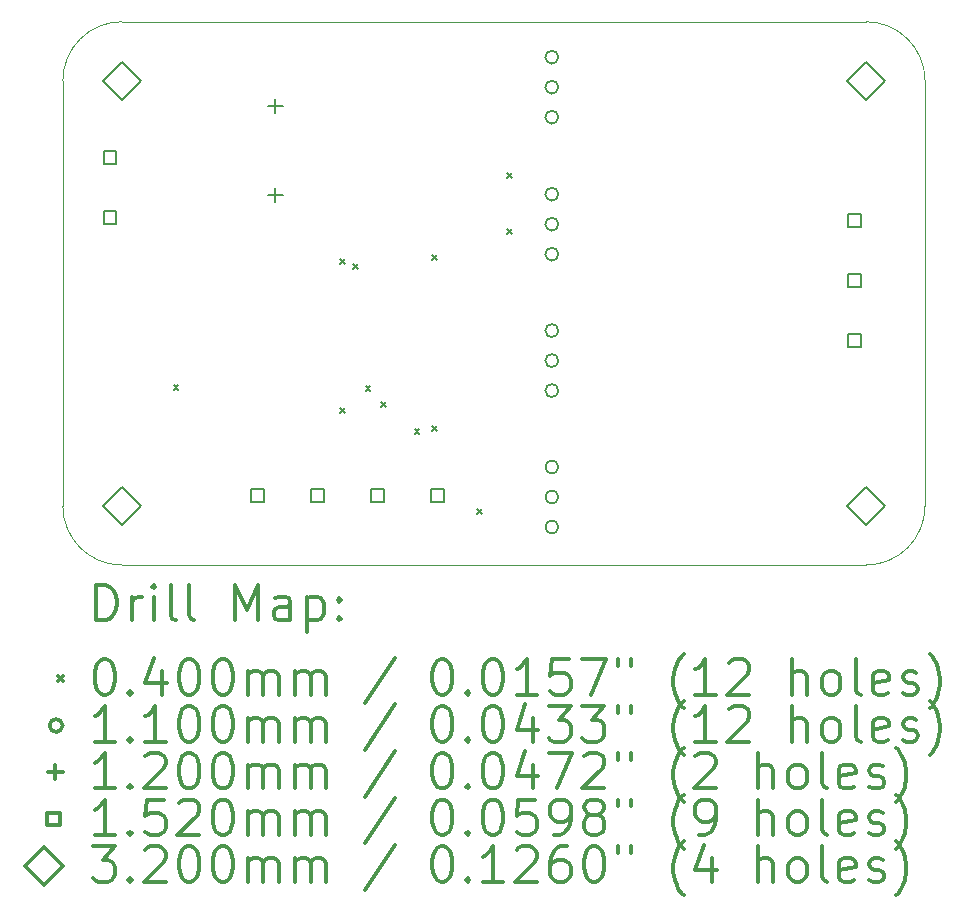
<source format=gbr>
%FSLAX45Y45*%
G04 Gerber Fmt 4.5, Leading zero omitted, Abs format (unit mm)*
G04 Created by KiCad (PCBNEW 5.1.10) date 2021-08-16 10:51:47*
%MOMM*%
%LPD*%
G01*
G04 APERTURE LIST*
%TA.AperFunction,Profile*%
%ADD10C,0.050000*%
%TD*%
%ADD11C,0.200000*%
%ADD12C,0.300000*%
G04 APERTURE END LIST*
D10*
X11482800Y-3461000D02*
X11482800Y-3411000D01*
X11482800Y-7011000D02*
X11482800Y-3461000D01*
X11982800Y-7511000D02*
X18282800Y-7511000D01*
X18282800Y-2911000D02*
X11982800Y-2911000D01*
X18782800Y-3411000D02*
X18782800Y-7011000D01*
X11982800Y-7511000D02*
G75*
G02*
X11482800Y-7011000I0J500000D01*
G01*
X11482800Y-3411000D02*
G75*
G02*
X11982800Y-2911000I500000J0D01*
G01*
X18282800Y-2911000D02*
G75*
G02*
X18782800Y-3411000I0J-500000D01*
G01*
X18782800Y-7011000D02*
G75*
G02*
X18282800Y-7511000I-500000J0D01*
G01*
D11*
X12420000Y-5985000D02*
X12460000Y-6025000D01*
X12460000Y-5985000D02*
X12420000Y-6025000D01*
X13831225Y-4918725D02*
X13871225Y-4958725D01*
X13871225Y-4918725D02*
X13831225Y-4958725D01*
X13831225Y-6180775D02*
X13871225Y-6220775D01*
X13871225Y-6180775D02*
X13831225Y-6220775D01*
X13940000Y-4961000D02*
X13980000Y-5001000D01*
X13980000Y-4961000D02*
X13940000Y-5001000D01*
X14047500Y-5997500D02*
X14087500Y-6037500D01*
X14087500Y-5997500D02*
X14047500Y-6037500D01*
X14178740Y-6133740D02*
X14218740Y-6173740D01*
X14218740Y-6133740D02*
X14178740Y-6173740D01*
X14462396Y-6362396D02*
X14502396Y-6402396D01*
X14502396Y-6362396D02*
X14462396Y-6402396D01*
X14609665Y-6335335D02*
X14649665Y-6375335D01*
X14649665Y-6335335D02*
X14609665Y-6375335D01*
X14612500Y-4888500D02*
X14652500Y-4928500D01*
X14652500Y-4888500D02*
X14612500Y-4928500D01*
X14990000Y-7035000D02*
X15030000Y-7075000D01*
X15030000Y-7035000D02*
X14990000Y-7075000D01*
X15245000Y-4195000D02*
X15285000Y-4235000D01*
X15285000Y-4195000D02*
X15245000Y-4235000D01*
X15245000Y-4668500D02*
X15285000Y-4708500D01*
X15285000Y-4668500D02*
X15245000Y-4708500D01*
X15677800Y-3211000D02*
G75*
G03*
X15677800Y-3211000I-55000J0D01*
G01*
X15677800Y-3465000D02*
G75*
G03*
X15677800Y-3465000I-55000J0D01*
G01*
X15677800Y-3719000D02*
G75*
G03*
X15677800Y-3719000I-55000J0D01*
G01*
X15677800Y-4371000D02*
G75*
G03*
X15677800Y-4371000I-55000J0D01*
G01*
X15677800Y-4625000D02*
G75*
G03*
X15677800Y-4625000I-55000J0D01*
G01*
X15677800Y-4879000D02*
G75*
G03*
X15677800Y-4879000I-55000J0D01*
G01*
X15677800Y-5526000D02*
G75*
G03*
X15677800Y-5526000I-55000J0D01*
G01*
X15677800Y-5780000D02*
G75*
G03*
X15677800Y-5780000I-55000J0D01*
G01*
X15677800Y-6034000D02*
G75*
G03*
X15677800Y-6034000I-55000J0D01*
G01*
X15677800Y-6681000D02*
G75*
G03*
X15677800Y-6681000I-55000J0D01*
G01*
X15677800Y-6935000D02*
G75*
G03*
X15677800Y-6935000I-55000J0D01*
G01*
X15677800Y-7189000D02*
G75*
G03*
X15677800Y-7189000I-55000J0D01*
G01*
X13282800Y-3565000D02*
X13282800Y-3685000D01*
X13222800Y-3625000D02*
X13342800Y-3625000D01*
X13282800Y-4315000D02*
X13282800Y-4435000D01*
X13222800Y-4375000D02*
X13342800Y-4375000D01*
X11936541Y-4114741D02*
X11936541Y-4007259D01*
X11829059Y-4007259D01*
X11829059Y-4114741D01*
X11936541Y-4114741D01*
X11936541Y-4622741D02*
X11936541Y-4515259D01*
X11829059Y-4515259D01*
X11829059Y-4622741D01*
X11936541Y-4622741D01*
X13185741Y-6973741D02*
X13185741Y-6866259D01*
X13078259Y-6866259D01*
X13078259Y-6973741D01*
X13185741Y-6973741D01*
X13693741Y-6973741D02*
X13693741Y-6866259D01*
X13586259Y-6866259D01*
X13586259Y-6973741D01*
X13693741Y-6973741D01*
X14201741Y-6973741D02*
X14201741Y-6866259D01*
X14094259Y-6866259D01*
X14094259Y-6973741D01*
X14201741Y-6973741D01*
X14709741Y-6973741D02*
X14709741Y-6866259D01*
X14602259Y-6866259D01*
X14602259Y-6973741D01*
X14709741Y-6973741D01*
X18236541Y-4648741D02*
X18236541Y-4541259D01*
X18129059Y-4541259D01*
X18129059Y-4648741D01*
X18236541Y-4648741D01*
X18236541Y-5156741D02*
X18236541Y-5049259D01*
X18129059Y-5049259D01*
X18129059Y-5156741D01*
X18236541Y-5156741D01*
X18236541Y-5664741D02*
X18236541Y-5557259D01*
X18129059Y-5557259D01*
X18129059Y-5664741D01*
X18236541Y-5664741D01*
X11982800Y-3571000D02*
X12142800Y-3411000D01*
X11982800Y-3251000D01*
X11822800Y-3411000D01*
X11982800Y-3571000D01*
X11982800Y-7171000D02*
X12142800Y-7011000D01*
X11982800Y-6851000D01*
X11822800Y-7011000D01*
X11982800Y-7171000D01*
X18282800Y-3571000D02*
X18442800Y-3411000D01*
X18282800Y-3251000D01*
X18122800Y-3411000D01*
X18282800Y-3571000D01*
X18282800Y-7171000D02*
X18442800Y-7011000D01*
X18282800Y-6851000D01*
X18122800Y-7011000D01*
X18282800Y-7171000D01*
D12*
X11766728Y-7979214D02*
X11766728Y-7679214D01*
X11838157Y-7679214D01*
X11881014Y-7693500D01*
X11909586Y-7722071D01*
X11923871Y-7750643D01*
X11938157Y-7807786D01*
X11938157Y-7850643D01*
X11923871Y-7907786D01*
X11909586Y-7936357D01*
X11881014Y-7964929D01*
X11838157Y-7979214D01*
X11766728Y-7979214D01*
X12066728Y-7979214D02*
X12066728Y-7779214D01*
X12066728Y-7836357D02*
X12081014Y-7807786D01*
X12095300Y-7793500D01*
X12123871Y-7779214D01*
X12152443Y-7779214D01*
X12252443Y-7979214D02*
X12252443Y-7779214D01*
X12252443Y-7679214D02*
X12238157Y-7693500D01*
X12252443Y-7707786D01*
X12266728Y-7693500D01*
X12252443Y-7679214D01*
X12252443Y-7707786D01*
X12438157Y-7979214D02*
X12409586Y-7964929D01*
X12395300Y-7936357D01*
X12395300Y-7679214D01*
X12595300Y-7979214D02*
X12566728Y-7964929D01*
X12552443Y-7936357D01*
X12552443Y-7679214D01*
X12938157Y-7979214D02*
X12938157Y-7679214D01*
X13038157Y-7893500D01*
X13138157Y-7679214D01*
X13138157Y-7979214D01*
X13409586Y-7979214D02*
X13409586Y-7822071D01*
X13395300Y-7793500D01*
X13366728Y-7779214D01*
X13309586Y-7779214D01*
X13281014Y-7793500D01*
X13409586Y-7964929D02*
X13381014Y-7979214D01*
X13309586Y-7979214D01*
X13281014Y-7964929D01*
X13266728Y-7936357D01*
X13266728Y-7907786D01*
X13281014Y-7879214D01*
X13309586Y-7864929D01*
X13381014Y-7864929D01*
X13409586Y-7850643D01*
X13552443Y-7779214D02*
X13552443Y-8079214D01*
X13552443Y-7793500D02*
X13581014Y-7779214D01*
X13638157Y-7779214D01*
X13666728Y-7793500D01*
X13681014Y-7807786D01*
X13695300Y-7836357D01*
X13695300Y-7922071D01*
X13681014Y-7950643D01*
X13666728Y-7964929D01*
X13638157Y-7979214D01*
X13581014Y-7979214D01*
X13552443Y-7964929D01*
X13823871Y-7950643D02*
X13838157Y-7964929D01*
X13823871Y-7979214D01*
X13809586Y-7964929D01*
X13823871Y-7950643D01*
X13823871Y-7979214D01*
X13823871Y-7793500D02*
X13838157Y-7807786D01*
X13823871Y-7822071D01*
X13809586Y-7807786D01*
X13823871Y-7793500D01*
X13823871Y-7822071D01*
X11440300Y-8453500D02*
X11480300Y-8493500D01*
X11480300Y-8453500D02*
X11440300Y-8493500D01*
X11823871Y-8309214D02*
X11852443Y-8309214D01*
X11881014Y-8323500D01*
X11895300Y-8337786D01*
X11909586Y-8366357D01*
X11923871Y-8423500D01*
X11923871Y-8494929D01*
X11909586Y-8552072D01*
X11895300Y-8580643D01*
X11881014Y-8594929D01*
X11852443Y-8609214D01*
X11823871Y-8609214D01*
X11795300Y-8594929D01*
X11781014Y-8580643D01*
X11766728Y-8552072D01*
X11752443Y-8494929D01*
X11752443Y-8423500D01*
X11766728Y-8366357D01*
X11781014Y-8337786D01*
X11795300Y-8323500D01*
X11823871Y-8309214D01*
X12052443Y-8580643D02*
X12066728Y-8594929D01*
X12052443Y-8609214D01*
X12038157Y-8594929D01*
X12052443Y-8580643D01*
X12052443Y-8609214D01*
X12323871Y-8409214D02*
X12323871Y-8609214D01*
X12252443Y-8294929D02*
X12181014Y-8509214D01*
X12366728Y-8509214D01*
X12538157Y-8309214D02*
X12566728Y-8309214D01*
X12595300Y-8323500D01*
X12609586Y-8337786D01*
X12623871Y-8366357D01*
X12638157Y-8423500D01*
X12638157Y-8494929D01*
X12623871Y-8552072D01*
X12609586Y-8580643D01*
X12595300Y-8594929D01*
X12566728Y-8609214D01*
X12538157Y-8609214D01*
X12509586Y-8594929D01*
X12495300Y-8580643D01*
X12481014Y-8552072D01*
X12466728Y-8494929D01*
X12466728Y-8423500D01*
X12481014Y-8366357D01*
X12495300Y-8337786D01*
X12509586Y-8323500D01*
X12538157Y-8309214D01*
X12823871Y-8309214D02*
X12852443Y-8309214D01*
X12881014Y-8323500D01*
X12895300Y-8337786D01*
X12909586Y-8366357D01*
X12923871Y-8423500D01*
X12923871Y-8494929D01*
X12909586Y-8552072D01*
X12895300Y-8580643D01*
X12881014Y-8594929D01*
X12852443Y-8609214D01*
X12823871Y-8609214D01*
X12795300Y-8594929D01*
X12781014Y-8580643D01*
X12766728Y-8552072D01*
X12752443Y-8494929D01*
X12752443Y-8423500D01*
X12766728Y-8366357D01*
X12781014Y-8337786D01*
X12795300Y-8323500D01*
X12823871Y-8309214D01*
X13052443Y-8609214D02*
X13052443Y-8409214D01*
X13052443Y-8437786D02*
X13066728Y-8423500D01*
X13095300Y-8409214D01*
X13138157Y-8409214D01*
X13166728Y-8423500D01*
X13181014Y-8452072D01*
X13181014Y-8609214D01*
X13181014Y-8452072D02*
X13195300Y-8423500D01*
X13223871Y-8409214D01*
X13266728Y-8409214D01*
X13295300Y-8423500D01*
X13309586Y-8452072D01*
X13309586Y-8609214D01*
X13452443Y-8609214D02*
X13452443Y-8409214D01*
X13452443Y-8437786D02*
X13466728Y-8423500D01*
X13495300Y-8409214D01*
X13538157Y-8409214D01*
X13566728Y-8423500D01*
X13581014Y-8452072D01*
X13581014Y-8609214D01*
X13581014Y-8452072D02*
X13595300Y-8423500D01*
X13623871Y-8409214D01*
X13666728Y-8409214D01*
X13695300Y-8423500D01*
X13709586Y-8452072D01*
X13709586Y-8609214D01*
X14295300Y-8294929D02*
X14038157Y-8680643D01*
X14681014Y-8309214D02*
X14709586Y-8309214D01*
X14738157Y-8323500D01*
X14752443Y-8337786D01*
X14766728Y-8366357D01*
X14781014Y-8423500D01*
X14781014Y-8494929D01*
X14766728Y-8552072D01*
X14752443Y-8580643D01*
X14738157Y-8594929D01*
X14709586Y-8609214D01*
X14681014Y-8609214D01*
X14652443Y-8594929D01*
X14638157Y-8580643D01*
X14623871Y-8552072D01*
X14609586Y-8494929D01*
X14609586Y-8423500D01*
X14623871Y-8366357D01*
X14638157Y-8337786D01*
X14652443Y-8323500D01*
X14681014Y-8309214D01*
X14909586Y-8580643D02*
X14923871Y-8594929D01*
X14909586Y-8609214D01*
X14895300Y-8594929D01*
X14909586Y-8580643D01*
X14909586Y-8609214D01*
X15109586Y-8309214D02*
X15138157Y-8309214D01*
X15166728Y-8323500D01*
X15181014Y-8337786D01*
X15195300Y-8366357D01*
X15209586Y-8423500D01*
X15209586Y-8494929D01*
X15195300Y-8552072D01*
X15181014Y-8580643D01*
X15166728Y-8594929D01*
X15138157Y-8609214D01*
X15109586Y-8609214D01*
X15081014Y-8594929D01*
X15066728Y-8580643D01*
X15052443Y-8552072D01*
X15038157Y-8494929D01*
X15038157Y-8423500D01*
X15052443Y-8366357D01*
X15066728Y-8337786D01*
X15081014Y-8323500D01*
X15109586Y-8309214D01*
X15495300Y-8609214D02*
X15323871Y-8609214D01*
X15409586Y-8609214D02*
X15409586Y-8309214D01*
X15381014Y-8352071D01*
X15352443Y-8380643D01*
X15323871Y-8394929D01*
X15766728Y-8309214D02*
X15623871Y-8309214D01*
X15609586Y-8452072D01*
X15623871Y-8437786D01*
X15652443Y-8423500D01*
X15723871Y-8423500D01*
X15752443Y-8437786D01*
X15766728Y-8452072D01*
X15781014Y-8480643D01*
X15781014Y-8552072D01*
X15766728Y-8580643D01*
X15752443Y-8594929D01*
X15723871Y-8609214D01*
X15652443Y-8609214D01*
X15623871Y-8594929D01*
X15609586Y-8580643D01*
X15881014Y-8309214D02*
X16081014Y-8309214D01*
X15952443Y-8609214D01*
X16181014Y-8309214D02*
X16181014Y-8366357D01*
X16295300Y-8309214D02*
X16295300Y-8366357D01*
X16738157Y-8723500D02*
X16723871Y-8709214D01*
X16695300Y-8666357D01*
X16681014Y-8637786D01*
X16666728Y-8594929D01*
X16652443Y-8523500D01*
X16652443Y-8466357D01*
X16666728Y-8394929D01*
X16681014Y-8352071D01*
X16695300Y-8323500D01*
X16723871Y-8280643D01*
X16738157Y-8266357D01*
X17009586Y-8609214D02*
X16838157Y-8609214D01*
X16923871Y-8609214D02*
X16923871Y-8309214D01*
X16895300Y-8352071D01*
X16866728Y-8380643D01*
X16838157Y-8394929D01*
X17123871Y-8337786D02*
X17138157Y-8323500D01*
X17166728Y-8309214D01*
X17238157Y-8309214D01*
X17266728Y-8323500D01*
X17281014Y-8337786D01*
X17295300Y-8366357D01*
X17295300Y-8394929D01*
X17281014Y-8437786D01*
X17109586Y-8609214D01*
X17295300Y-8609214D01*
X17652443Y-8609214D02*
X17652443Y-8309214D01*
X17781014Y-8609214D02*
X17781014Y-8452072D01*
X17766728Y-8423500D01*
X17738157Y-8409214D01*
X17695300Y-8409214D01*
X17666728Y-8423500D01*
X17652443Y-8437786D01*
X17966728Y-8609214D02*
X17938157Y-8594929D01*
X17923871Y-8580643D01*
X17909586Y-8552072D01*
X17909586Y-8466357D01*
X17923871Y-8437786D01*
X17938157Y-8423500D01*
X17966728Y-8409214D01*
X18009586Y-8409214D01*
X18038157Y-8423500D01*
X18052443Y-8437786D01*
X18066728Y-8466357D01*
X18066728Y-8552072D01*
X18052443Y-8580643D01*
X18038157Y-8594929D01*
X18009586Y-8609214D01*
X17966728Y-8609214D01*
X18238157Y-8609214D02*
X18209586Y-8594929D01*
X18195300Y-8566357D01*
X18195300Y-8309214D01*
X18466728Y-8594929D02*
X18438157Y-8609214D01*
X18381014Y-8609214D01*
X18352443Y-8594929D01*
X18338157Y-8566357D01*
X18338157Y-8452072D01*
X18352443Y-8423500D01*
X18381014Y-8409214D01*
X18438157Y-8409214D01*
X18466728Y-8423500D01*
X18481014Y-8452072D01*
X18481014Y-8480643D01*
X18338157Y-8509214D01*
X18595300Y-8594929D02*
X18623871Y-8609214D01*
X18681014Y-8609214D01*
X18709586Y-8594929D01*
X18723871Y-8566357D01*
X18723871Y-8552072D01*
X18709586Y-8523500D01*
X18681014Y-8509214D01*
X18638157Y-8509214D01*
X18609586Y-8494929D01*
X18595300Y-8466357D01*
X18595300Y-8452072D01*
X18609586Y-8423500D01*
X18638157Y-8409214D01*
X18681014Y-8409214D01*
X18709586Y-8423500D01*
X18823871Y-8723500D02*
X18838157Y-8709214D01*
X18866728Y-8666357D01*
X18881014Y-8637786D01*
X18895300Y-8594929D01*
X18909586Y-8523500D01*
X18909586Y-8466357D01*
X18895300Y-8394929D01*
X18881014Y-8352071D01*
X18866728Y-8323500D01*
X18838157Y-8280643D01*
X18823871Y-8266357D01*
X11480300Y-8869500D02*
G75*
G03*
X11480300Y-8869500I-55000J0D01*
G01*
X11923871Y-9005214D02*
X11752443Y-9005214D01*
X11838157Y-9005214D02*
X11838157Y-8705214D01*
X11809586Y-8748072D01*
X11781014Y-8776643D01*
X11752443Y-8790929D01*
X12052443Y-8976643D02*
X12066728Y-8990929D01*
X12052443Y-9005214D01*
X12038157Y-8990929D01*
X12052443Y-8976643D01*
X12052443Y-9005214D01*
X12352443Y-9005214D02*
X12181014Y-9005214D01*
X12266728Y-9005214D02*
X12266728Y-8705214D01*
X12238157Y-8748072D01*
X12209586Y-8776643D01*
X12181014Y-8790929D01*
X12538157Y-8705214D02*
X12566728Y-8705214D01*
X12595300Y-8719500D01*
X12609586Y-8733786D01*
X12623871Y-8762357D01*
X12638157Y-8819500D01*
X12638157Y-8890929D01*
X12623871Y-8948072D01*
X12609586Y-8976643D01*
X12595300Y-8990929D01*
X12566728Y-9005214D01*
X12538157Y-9005214D01*
X12509586Y-8990929D01*
X12495300Y-8976643D01*
X12481014Y-8948072D01*
X12466728Y-8890929D01*
X12466728Y-8819500D01*
X12481014Y-8762357D01*
X12495300Y-8733786D01*
X12509586Y-8719500D01*
X12538157Y-8705214D01*
X12823871Y-8705214D02*
X12852443Y-8705214D01*
X12881014Y-8719500D01*
X12895300Y-8733786D01*
X12909586Y-8762357D01*
X12923871Y-8819500D01*
X12923871Y-8890929D01*
X12909586Y-8948072D01*
X12895300Y-8976643D01*
X12881014Y-8990929D01*
X12852443Y-9005214D01*
X12823871Y-9005214D01*
X12795300Y-8990929D01*
X12781014Y-8976643D01*
X12766728Y-8948072D01*
X12752443Y-8890929D01*
X12752443Y-8819500D01*
X12766728Y-8762357D01*
X12781014Y-8733786D01*
X12795300Y-8719500D01*
X12823871Y-8705214D01*
X13052443Y-9005214D02*
X13052443Y-8805214D01*
X13052443Y-8833786D02*
X13066728Y-8819500D01*
X13095300Y-8805214D01*
X13138157Y-8805214D01*
X13166728Y-8819500D01*
X13181014Y-8848072D01*
X13181014Y-9005214D01*
X13181014Y-8848072D02*
X13195300Y-8819500D01*
X13223871Y-8805214D01*
X13266728Y-8805214D01*
X13295300Y-8819500D01*
X13309586Y-8848072D01*
X13309586Y-9005214D01*
X13452443Y-9005214D02*
X13452443Y-8805214D01*
X13452443Y-8833786D02*
X13466728Y-8819500D01*
X13495300Y-8805214D01*
X13538157Y-8805214D01*
X13566728Y-8819500D01*
X13581014Y-8848072D01*
X13581014Y-9005214D01*
X13581014Y-8848072D02*
X13595300Y-8819500D01*
X13623871Y-8805214D01*
X13666728Y-8805214D01*
X13695300Y-8819500D01*
X13709586Y-8848072D01*
X13709586Y-9005214D01*
X14295300Y-8690929D02*
X14038157Y-9076643D01*
X14681014Y-8705214D02*
X14709586Y-8705214D01*
X14738157Y-8719500D01*
X14752443Y-8733786D01*
X14766728Y-8762357D01*
X14781014Y-8819500D01*
X14781014Y-8890929D01*
X14766728Y-8948072D01*
X14752443Y-8976643D01*
X14738157Y-8990929D01*
X14709586Y-9005214D01*
X14681014Y-9005214D01*
X14652443Y-8990929D01*
X14638157Y-8976643D01*
X14623871Y-8948072D01*
X14609586Y-8890929D01*
X14609586Y-8819500D01*
X14623871Y-8762357D01*
X14638157Y-8733786D01*
X14652443Y-8719500D01*
X14681014Y-8705214D01*
X14909586Y-8976643D02*
X14923871Y-8990929D01*
X14909586Y-9005214D01*
X14895300Y-8990929D01*
X14909586Y-8976643D01*
X14909586Y-9005214D01*
X15109586Y-8705214D02*
X15138157Y-8705214D01*
X15166728Y-8719500D01*
X15181014Y-8733786D01*
X15195300Y-8762357D01*
X15209586Y-8819500D01*
X15209586Y-8890929D01*
X15195300Y-8948072D01*
X15181014Y-8976643D01*
X15166728Y-8990929D01*
X15138157Y-9005214D01*
X15109586Y-9005214D01*
X15081014Y-8990929D01*
X15066728Y-8976643D01*
X15052443Y-8948072D01*
X15038157Y-8890929D01*
X15038157Y-8819500D01*
X15052443Y-8762357D01*
X15066728Y-8733786D01*
X15081014Y-8719500D01*
X15109586Y-8705214D01*
X15466728Y-8805214D02*
X15466728Y-9005214D01*
X15395300Y-8690929D02*
X15323871Y-8905214D01*
X15509586Y-8905214D01*
X15595300Y-8705214D02*
X15781014Y-8705214D01*
X15681014Y-8819500D01*
X15723871Y-8819500D01*
X15752443Y-8833786D01*
X15766728Y-8848072D01*
X15781014Y-8876643D01*
X15781014Y-8948072D01*
X15766728Y-8976643D01*
X15752443Y-8990929D01*
X15723871Y-9005214D01*
X15638157Y-9005214D01*
X15609586Y-8990929D01*
X15595300Y-8976643D01*
X15881014Y-8705214D02*
X16066728Y-8705214D01*
X15966728Y-8819500D01*
X16009586Y-8819500D01*
X16038157Y-8833786D01*
X16052443Y-8848072D01*
X16066728Y-8876643D01*
X16066728Y-8948072D01*
X16052443Y-8976643D01*
X16038157Y-8990929D01*
X16009586Y-9005214D01*
X15923871Y-9005214D01*
X15895300Y-8990929D01*
X15881014Y-8976643D01*
X16181014Y-8705214D02*
X16181014Y-8762357D01*
X16295300Y-8705214D02*
X16295300Y-8762357D01*
X16738157Y-9119500D02*
X16723871Y-9105214D01*
X16695300Y-9062357D01*
X16681014Y-9033786D01*
X16666728Y-8990929D01*
X16652443Y-8919500D01*
X16652443Y-8862357D01*
X16666728Y-8790929D01*
X16681014Y-8748072D01*
X16695300Y-8719500D01*
X16723871Y-8676643D01*
X16738157Y-8662357D01*
X17009586Y-9005214D02*
X16838157Y-9005214D01*
X16923871Y-9005214D02*
X16923871Y-8705214D01*
X16895300Y-8748072D01*
X16866728Y-8776643D01*
X16838157Y-8790929D01*
X17123871Y-8733786D02*
X17138157Y-8719500D01*
X17166728Y-8705214D01*
X17238157Y-8705214D01*
X17266728Y-8719500D01*
X17281014Y-8733786D01*
X17295300Y-8762357D01*
X17295300Y-8790929D01*
X17281014Y-8833786D01*
X17109586Y-9005214D01*
X17295300Y-9005214D01*
X17652443Y-9005214D02*
X17652443Y-8705214D01*
X17781014Y-9005214D02*
X17781014Y-8848072D01*
X17766728Y-8819500D01*
X17738157Y-8805214D01*
X17695300Y-8805214D01*
X17666728Y-8819500D01*
X17652443Y-8833786D01*
X17966728Y-9005214D02*
X17938157Y-8990929D01*
X17923871Y-8976643D01*
X17909586Y-8948072D01*
X17909586Y-8862357D01*
X17923871Y-8833786D01*
X17938157Y-8819500D01*
X17966728Y-8805214D01*
X18009586Y-8805214D01*
X18038157Y-8819500D01*
X18052443Y-8833786D01*
X18066728Y-8862357D01*
X18066728Y-8948072D01*
X18052443Y-8976643D01*
X18038157Y-8990929D01*
X18009586Y-9005214D01*
X17966728Y-9005214D01*
X18238157Y-9005214D02*
X18209586Y-8990929D01*
X18195300Y-8962357D01*
X18195300Y-8705214D01*
X18466728Y-8990929D02*
X18438157Y-9005214D01*
X18381014Y-9005214D01*
X18352443Y-8990929D01*
X18338157Y-8962357D01*
X18338157Y-8848072D01*
X18352443Y-8819500D01*
X18381014Y-8805214D01*
X18438157Y-8805214D01*
X18466728Y-8819500D01*
X18481014Y-8848072D01*
X18481014Y-8876643D01*
X18338157Y-8905214D01*
X18595300Y-8990929D02*
X18623871Y-9005214D01*
X18681014Y-9005214D01*
X18709586Y-8990929D01*
X18723871Y-8962357D01*
X18723871Y-8948072D01*
X18709586Y-8919500D01*
X18681014Y-8905214D01*
X18638157Y-8905214D01*
X18609586Y-8890929D01*
X18595300Y-8862357D01*
X18595300Y-8848072D01*
X18609586Y-8819500D01*
X18638157Y-8805214D01*
X18681014Y-8805214D01*
X18709586Y-8819500D01*
X18823871Y-9119500D02*
X18838157Y-9105214D01*
X18866728Y-9062357D01*
X18881014Y-9033786D01*
X18895300Y-8990929D01*
X18909586Y-8919500D01*
X18909586Y-8862357D01*
X18895300Y-8790929D01*
X18881014Y-8748072D01*
X18866728Y-8719500D01*
X18838157Y-8676643D01*
X18823871Y-8662357D01*
X11420300Y-9205500D02*
X11420300Y-9325500D01*
X11360300Y-9265500D02*
X11480300Y-9265500D01*
X11923871Y-9401214D02*
X11752443Y-9401214D01*
X11838157Y-9401214D02*
X11838157Y-9101214D01*
X11809586Y-9144072D01*
X11781014Y-9172643D01*
X11752443Y-9186929D01*
X12052443Y-9372643D02*
X12066728Y-9386929D01*
X12052443Y-9401214D01*
X12038157Y-9386929D01*
X12052443Y-9372643D01*
X12052443Y-9401214D01*
X12181014Y-9129786D02*
X12195300Y-9115500D01*
X12223871Y-9101214D01*
X12295300Y-9101214D01*
X12323871Y-9115500D01*
X12338157Y-9129786D01*
X12352443Y-9158357D01*
X12352443Y-9186929D01*
X12338157Y-9229786D01*
X12166728Y-9401214D01*
X12352443Y-9401214D01*
X12538157Y-9101214D02*
X12566728Y-9101214D01*
X12595300Y-9115500D01*
X12609586Y-9129786D01*
X12623871Y-9158357D01*
X12638157Y-9215500D01*
X12638157Y-9286929D01*
X12623871Y-9344072D01*
X12609586Y-9372643D01*
X12595300Y-9386929D01*
X12566728Y-9401214D01*
X12538157Y-9401214D01*
X12509586Y-9386929D01*
X12495300Y-9372643D01*
X12481014Y-9344072D01*
X12466728Y-9286929D01*
X12466728Y-9215500D01*
X12481014Y-9158357D01*
X12495300Y-9129786D01*
X12509586Y-9115500D01*
X12538157Y-9101214D01*
X12823871Y-9101214D02*
X12852443Y-9101214D01*
X12881014Y-9115500D01*
X12895300Y-9129786D01*
X12909586Y-9158357D01*
X12923871Y-9215500D01*
X12923871Y-9286929D01*
X12909586Y-9344072D01*
X12895300Y-9372643D01*
X12881014Y-9386929D01*
X12852443Y-9401214D01*
X12823871Y-9401214D01*
X12795300Y-9386929D01*
X12781014Y-9372643D01*
X12766728Y-9344072D01*
X12752443Y-9286929D01*
X12752443Y-9215500D01*
X12766728Y-9158357D01*
X12781014Y-9129786D01*
X12795300Y-9115500D01*
X12823871Y-9101214D01*
X13052443Y-9401214D02*
X13052443Y-9201214D01*
X13052443Y-9229786D02*
X13066728Y-9215500D01*
X13095300Y-9201214D01*
X13138157Y-9201214D01*
X13166728Y-9215500D01*
X13181014Y-9244072D01*
X13181014Y-9401214D01*
X13181014Y-9244072D02*
X13195300Y-9215500D01*
X13223871Y-9201214D01*
X13266728Y-9201214D01*
X13295300Y-9215500D01*
X13309586Y-9244072D01*
X13309586Y-9401214D01*
X13452443Y-9401214D02*
X13452443Y-9201214D01*
X13452443Y-9229786D02*
X13466728Y-9215500D01*
X13495300Y-9201214D01*
X13538157Y-9201214D01*
X13566728Y-9215500D01*
X13581014Y-9244072D01*
X13581014Y-9401214D01*
X13581014Y-9244072D02*
X13595300Y-9215500D01*
X13623871Y-9201214D01*
X13666728Y-9201214D01*
X13695300Y-9215500D01*
X13709586Y-9244072D01*
X13709586Y-9401214D01*
X14295300Y-9086929D02*
X14038157Y-9472643D01*
X14681014Y-9101214D02*
X14709586Y-9101214D01*
X14738157Y-9115500D01*
X14752443Y-9129786D01*
X14766728Y-9158357D01*
X14781014Y-9215500D01*
X14781014Y-9286929D01*
X14766728Y-9344072D01*
X14752443Y-9372643D01*
X14738157Y-9386929D01*
X14709586Y-9401214D01*
X14681014Y-9401214D01*
X14652443Y-9386929D01*
X14638157Y-9372643D01*
X14623871Y-9344072D01*
X14609586Y-9286929D01*
X14609586Y-9215500D01*
X14623871Y-9158357D01*
X14638157Y-9129786D01*
X14652443Y-9115500D01*
X14681014Y-9101214D01*
X14909586Y-9372643D02*
X14923871Y-9386929D01*
X14909586Y-9401214D01*
X14895300Y-9386929D01*
X14909586Y-9372643D01*
X14909586Y-9401214D01*
X15109586Y-9101214D02*
X15138157Y-9101214D01*
X15166728Y-9115500D01*
X15181014Y-9129786D01*
X15195300Y-9158357D01*
X15209586Y-9215500D01*
X15209586Y-9286929D01*
X15195300Y-9344072D01*
X15181014Y-9372643D01*
X15166728Y-9386929D01*
X15138157Y-9401214D01*
X15109586Y-9401214D01*
X15081014Y-9386929D01*
X15066728Y-9372643D01*
X15052443Y-9344072D01*
X15038157Y-9286929D01*
X15038157Y-9215500D01*
X15052443Y-9158357D01*
X15066728Y-9129786D01*
X15081014Y-9115500D01*
X15109586Y-9101214D01*
X15466728Y-9201214D02*
X15466728Y-9401214D01*
X15395300Y-9086929D02*
X15323871Y-9301214D01*
X15509586Y-9301214D01*
X15595300Y-9101214D02*
X15795300Y-9101214D01*
X15666728Y-9401214D01*
X15895300Y-9129786D02*
X15909586Y-9115500D01*
X15938157Y-9101214D01*
X16009586Y-9101214D01*
X16038157Y-9115500D01*
X16052443Y-9129786D01*
X16066728Y-9158357D01*
X16066728Y-9186929D01*
X16052443Y-9229786D01*
X15881014Y-9401214D01*
X16066728Y-9401214D01*
X16181014Y-9101214D02*
X16181014Y-9158357D01*
X16295300Y-9101214D02*
X16295300Y-9158357D01*
X16738157Y-9515500D02*
X16723871Y-9501214D01*
X16695300Y-9458357D01*
X16681014Y-9429786D01*
X16666728Y-9386929D01*
X16652443Y-9315500D01*
X16652443Y-9258357D01*
X16666728Y-9186929D01*
X16681014Y-9144072D01*
X16695300Y-9115500D01*
X16723871Y-9072643D01*
X16738157Y-9058357D01*
X16838157Y-9129786D02*
X16852443Y-9115500D01*
X16881014Y-9101214D01*
X16952443Y-9101214D01*
X16981014Y-9115500D01*
X16995300Y-9129786D01*
X17009586Y-9158357D01*
X17009586Y-9186929D01*
X16995300Y-9229786D01*
X16823871Y-9401214D01*
X17009586Y-9401214D01*
X17366728Y-9401214D02*
X17366728Y-9101214D01*
X17495300Y-9401214D02*
X17495300Y-9244072D01*
X17481014Y-9215500D01*
X17452443Y-9201214D01*
X17409586Y-9201214D01*
X17381014Y-9215500D01*
X17366728Y-9229786D01*
X17681014Y-9401214D02*
X17652443Y-9386929D01*
X17638157Y-9372643D01*
X17623871Y-9344072D01*
X17623871Y-9258357D01*
X17638157Y-9229786D01*
X17652443Y-9215500D01*
X17681014Y-9201214D01*
X17723871Y-9201214D01*
X17752443Y-9215500D01*
X17766728Y-9229786D01*
X17781014Y-9258357D01*
X17781014Y-9344072D01*
X17766728Y-9372643D01*
X17752443Y-9386929D01*
X17723871Y-9401214D01*
X17681014Y-9401214D01*
X17952443Y-9401214D02*
X17923871Y-9386929D01*
X17909586Y-9358357D01*
X17909586Y-9101214D01*
X18181014Y-9386929D02*
X18152443Y-9401214D01*
X18095300Y-9401214D01*
X18066728Y-9386929D01*
X18052443Y-9358357D01*
X18052443Y-9244072D01*
X18066728Y-9215500D01*
X18095300Y-9201214D01*
X18152443Y-9201214D01*
X18181014Y-9215500D01*
X18195300Y-9244072D01*
X18195300Y-9272643D01*
X18052443Y-9301214D01*
X18309586Y-9386929D02*
X18338157Y-9401214D01*
X18395300Y-9401214D01*
X18423871Y-9386929D01*
X18438157Y-9358357D01*
X18438157Y-9344072D01*
X18423871Y-9315500D01*
X18395300Y-9301214D01*
X18352443Y-9301214D01*
X18323871Y-9286929D01*
X18309586Y-9258357D01*
X18309586Y-9244072D01*
X18323871Y-9215500D01*
X18352443Y-9201214D01*
X18395300Y-9201214D01*
X18423871Y-9215500D01*
X18538157Y-9515500D02*
X18552443Y-9501214D01*
X18581014Y-9458357D01*
X18595300Y-9429786D01*
X18609586Y-9386929D01*
X18623871Y-9315500D01*
X18623871Y-9258357D01*
X18609586Y-9186929D01*
X18595300Y-9144072D01*
X18581014Y-9115500D01*
X18552443Y-9072643D01*
X18538157Y-9058357D01*
X11458040Y-9715241D02*
X11458040Y-9607760D01*
X11350559Y-9607760D01*
X11350559Y-9715241D01*
X11458040Y-9715241D01*
X11923871Y-9797214D02*
X11752443Y-9797214D01*
X11838157Y-9797214D02*
X11838157Y-9497214D01*
X11809586Y-9540072D01*
X11781014Y-9568643D01*
X11752443Y-9582929D01*
X12052443Y-9768643D02*
X12066728Y-9782929D01*
X12052443Y-9797214D01*
X12038157Y-9782929D01*
X12052443Y-9768643D01*
X12052443Y-9797214D01*
X12338157Y-9497214D02*
X12195300Y-9497214D01*
X12181014Y-9640072D01*
X12195300Y-9625786D01*
X12223871Y-9611500D01*
X12295300Y-9611500D01*
X12323871Y-9625786D01*
X12338157Y-9640072D01*
X12352443Y-9668643D01*
X12352443Y-9740072D01*
X12338157Y-9768643D01*
X12323871Y-9782929D01*
X12295300Y-9797214D01*
X12223871Y-9797214D01*
X12195300Y-9782929D01*
X12181014Y-9768643D01*
X12466728Y-9525786D02*
X12481014Y-9511500D01*
X12509586Y-9497214D01*
X12581014Y-9497214D01*
X12609586Y-9511500D01*
X12623871Y-9525786D01*
X12638157Y-9554357D01*
X12638157Y-9582929D01*
X12623871Y-9625786D01*
X12452443Y-9797214D01*
X12638157Y-9797214D01*
X12823871Y-9497214D02*
X12852443Y-9497214D01*
X12881014Y-9511500D01*
X12895300Y-9525786D01*
X12909586Y-9554357D01*
X12923871Y-9611500D01*
X12923871Y-9682929D01*
X12909586Y-9740072D01*
X12895300Y-9768643D01*
X12881014Y-9782929D01*
X12852443Y-9797214D01*
X12823871Y-9797214D01*
X12795300Y-9782929D01*
X12781014Y-9768643D01*
X12766728Y-9740072D01*
X12752443Y-9682929D01*
X12752443Y-9611500D01*
X12766728Y-9554357D01*
X12781014Y-9525786D01*
X12795300Y-9511500D01*
X12823871Y-9497214D01*
X13052443Y-9797214D02*
X13052443Y-9597214D01*
X13052443Y-9625786D02*
X13066728Y-9611500D01*
X13095300Y-9597214D01*
X13138157Y-9597214D01*
X13166728Y-9611500D01*
X13181014Y-9640072D01*
X13181014Y-9797214D01*
X13181014Y-9640072D02*
X13195300Y-9611500D01*
X13223871Y-9597214D01*
X13266728Y-9597214D01*
X13295300Y-9611500D01*
X13309586Y-9640072D01*
X13309586Y-9797214D01*
X13452443Y-9797214D02*
X13452443Y-9597214D01*
X13452443Y-9625786D02*
X13466728Y-9611500D01*
X13495300Y-9597214D01*
X13538157Y-9597214D01*
X13566728Y-9611500D01*
X13581014Y-9640072D01*
X13581014Y-9797214D01*
X13581014Y-9640072D02*
X13595300Y-9611500D01*
X13623871Y-9597214D01*
X13666728Y-9597214D01*
X13695300Y-9611500D01*
X13709586Y-9640072D01*
X13709586Y-9797214D01*
X14295300Y-9482929D02*
X14038157Y-9868643D01*
X14681014Y-9497214D02*
X14709586Y-9497214D01*
X14738157Y-9511500D01*
X14752443Y-9525786D01*
X14766728Y-9554357D01*
X14781014Y-9611500D01*
X14781014Y-9682929D01*
X14766728Y-9740072D01*
X14752443Y-9768643D01*
X14738157Y-9782929D01*
X14709586Y-9797214D01*
X14681014Y-9797214D01*
X14652443Y-9782929D01*
X14638157Y-9768643D01*
X14623871Y-9740072D01*
X14609586Y-9682929D01*
X14609586Y-9611500D01*
X14623871Y-9554357D01*
X14638157Y-9525786D01*
X14652443Y-9511500D01*
X14681014Y-9497214D01*
X14909586Y-9768643D02*
X14923871Y-9782929D01*
X14909586Y-9797214D01*
X14895300Y-9782929D01*
X14909586Y-9768643D01*
X14909586Y-9797214D01*
X15109586Y-9497214D02*
X15138157Y-9497214D01*
X15166728Y-9511500D01*
X15181014Y-9525786D01*
X15195300Y-9554357D01*
X15209586Y-9611500D01*
X15209586Y-9682929D01*
X15195300Y-9740072D01*
X15181014Y-9768643D01*
X15166728Y-9782929D01*
X15138157Y-9797214D01*
X15109586Y-9797214D01*
X15081014Y-9782929D01*
X15066728Y-9768643D01*
X15052443Y-9740072D01*
X15038157Y-9682929D01*
X15038157Y-9611500D01*
X15052443Y-9554357D01*
X15066728Y-9525786D01*
X15081014Y-9511500D01*
X15109586Y-9497214D01*
X15481014Y-9497214D02*
X15338157Y-9497214D01*
X15323871Y-9640072D01*
X15338157Y-9625786D01*
X15366728Y-9611500D01*
X15438157Y-9611500D01*
X15466728Y-9625786D01*
X15481014Y-9640072D01*
X15495300Y-9668643D01*
X15495300Y-9740072D01*
X15481014Y-9768643D01*
X15466728Y-9782929D01*
X15438157Y-9797214D01*
X15366728Y-9797214D01*
X15338157Y-9782929D01*
X15323871Y-9768643D01*
X15638157Y-9797214D02*
X15695300Y-9797214D01*
X15723871Y-9782929D01*
X15738157Y-9768643D01*
X15766728Y-9725786D01*
X15781014Y-9668643D01*
X15781014Y-9554357D01*
X15766728Y-9525786D01*
X15752443Y-9511500D01*
X15723871Y-9497214D01*
X15666728Y-9497214D01*
X15638157Y-9511500D01*
X15623871Y-9525786D01*
X15609586Y-9554357D01*
X15609586Y-9625786D01*
X15623871Y-9654357D01*
X15638157Y-9668643D01*
X15666728Y-9682929D01*
X15723871Y-9682929D01*
X15752443Y-9668643D01*
X15766728Y-9654357D01*
X15781014Y-9625786D01*
X15952443Y-9625786D02*
X15923871Y-9611500D01*
X15909586Y-9597214D01*
X15895300Y-9568643D01*
X15895300Y-9554357D01*
X15909586Y-9525786D01*
X15923871Y-9511500D01*
X15952443Y-9497214D01*
X16009586Y-9497214D01*
X16038157Y-9511500D01*
X16052443Y-9525786D01*
X16066728Y-9554357D01*
X16066728Y-9568643D01*
X16052443Y-9597214D01*
X16038157Y-9611500D01*
X16009586Y-9625786D01*
X15952443Y-9625786D01*
X15923871Y-9640072D01*
X15909586Y-9654357D01*
X15895300Y-9682929D01*
X15895300Y-9740072D01*
X15909586Y-9768643D01*
X15923871Y-9782929D01*
X15952443Y-9797214D01*
X16009586Y-9797214D01*
X16038157Y-9782929D01*
X16052443Y-9768643D01*
X16066728Y-9740072D01*
X16066728Y-9682929D01*
X16052443Y-9654357D01*
X16038157Y-9640072D01*
X16009586Y-9625786D01*
X16181014Y-9497214D02*
X16181014Y-9554357D01*
X16295300Y-9497214D02*
X16295300Y-9554357D01*
X16738157Y-9911500D02*
X16723871Y-9897214D01*
X16695300Y-9854357D01*
X16681014Y-9825786D01*
X16666728Y-9782929D01*
X16652443Y-9711500D01*
X16652443Y-9654357D01*
X16666728Y-9582929D01*
X16681014Y-9540072D01*
X16695300Y-9511500D01*
X16723871Y-9468643D01*
X16738157Y-9454357D01*
X16866728Y-9797214D02*
X16923871Y-9797214D01*
X16952443Y-9782929D01*
X16966728Y-9768643D01*
X16995300Y-9725786D01*
X17009586Y-9668643D01*
X17009586Y-9554357D01*
X16995300Y-9525786D01*
X16981014Y-9511500D01*
X16952443Y-9497214D01*
X16895300Y-9497214D01*
X16866728Y-9511500D01*
X16852443Y-9525786D01*
X16838157Y-9554357D01*
X16838157Y-9625786D01*
X16852443Y-9654357D01*
X16866728Y-9668643D01*
X16895300Y-9682929D01*
X16952443Y-9682929D01*
X16981014Y-9668643D01*
X16995300Y-9654357D01*
X17009586Y-9625786D01*
X17366728Y-9797214D02*
X17366728Y-9497214D01*
X17495300Y-9797214D02*
X17495300Y-9640072D01*
X17481014Y-9611500D01*
X17452443Y-9597214D01*
X17409586Y-9597214D01*
X17381014Y-9611500D01*
X17366728Y-9625786D01*
X17681014Y-9797214D02*
X17652443Y-9782929D01*
X17638157Y-9768643D01*
X17623871Y-9740072D01*
X17623871Y-9654357D01*
X17638157Y-9625786D01*
X17652443Y-9611500D01*
X17681014Y-9597214D01*
X17723871Y-9597214D01*
X17752443Y-9611500D01*
X17766728Y-9625786D01*
X17781014Y-9654357D01*
X17781014Y-9740072D01*
X17766728Y-9768643D01*
X17752443Y-9782929D01*
X17723871Y-9797214D01*
X17681014Y-9797214D01*
X17952443Y-9797214D02*
X17923871Y-9782929D01*
X17909586Y-9754357D01*
X17909586Y-9497214D01*
X18181014Y-9782929D02*
X18152443Y-9797214D01*
X18095300Y-9797214D01*
X18066728Y-9782929D01*
X18052443Y-9754357D01*
X18052443Y-9640072D01*
X18066728Y-9611500D01*
X18095300Y-9597214D01*
X18152443Y-9597214D01*
X18181014Y-9611500D01*
X18195300Y-9640072D01*
X18195300Y-9668643D01*
X18052443Y-9697214D01*
X18309586Y-9782929D02*
X18338157Y-9797214D01*
X18395300Y-9797214D01*
X18423871Y-9782929D01*
X18438157Y-9754357D01*
X18438157Y-9740072D01*
X18423871Y-9711500D01*
X18395300Y-9697214D01*
X18352443Y-9697214D01*
X18323871Y-9682929D01*
X18309586Y-9654357D01*
X18309586Y-9640072D01*
X18323871Y-9611500D01*
X18352443Y-9597214D01*
X18395300Y-9597214D01*
X18423871Y-9611500D01*
X18538157Y-9911500D02*
X18552443Y-9897214D01*
X18581014Y-9854357D01*
X18595300Y-9825786D01*
X18609586Y-9782929D01*
X18623871Y-9711500D01*
X18623871Y-9654357D01*
X18609586Y-9582929D01*
X18595300Y-9540072D01*
X18581014Y-9511500D01*
X18552443Y-9468643D01*
X18538157Y-9454357D01*
X11320300Y-10217500D02*
X11480300Y-10057500D01*
X11320300Y-9897500D01*
X11160300Y-10057500D01*
X11320300Y-10217500D01*
X11738157Y-9893214D02*
X11923871Y-9893214D01*
X11823871Y-10007500D01*
X11866728Y-10007500D01*
X11895300Y-10021786D01*
X11909586Y-10036072D01*
X11923871Y-10064643D01*
X11923871Y-10136072D01*
X11909586Y-10164643D01*
X11895300Y-10178929D01*
X11866728Y-10193214D01*
X11781014Y-10193214D01*
X11752443Y-10178929D01*
X11738157Y-10164643D01*
X12052443Y-10164643D02*
X12066728Y-10178929D01*
X12052443Y-10193214D01*
X12038157Y-10178929D01*
X12052443Y-10164643D01*
X12052443Y-10193214D01*
X12181014Y-9921786D02*
X12195300Y-9907500D01*
X12223871Y-9893214D01*
X12295300Y-9893214D01*
X12323871Y-9907500D01*
X12338157Y-9921786D01*
X12352443Y-9950357D01*
X12352443Y-9978929D01*
X12338157Y-10021786D01*
X12166728Y-10193214D01*
X12352443Y-10193214D01*
X12538157Y-9893214D02*
X12566728Y-9893214D01*
X12595300Y-9907500D01*
X12609586Y-9921786D01*
X12623871Y-9950357D01*
X12638157Y-10007500D01*
X12638157Y-10078929D01*
X12623871Y-10136072D01*
X12609586Y-10164643D01*
X12595300Y-10178929D01*
X12566728Y-10193214D01*
X12538157Y-10193214D01*
X12509586Y-10178929D01*
X12495300Y-10164643D01*
X12481014Y-10136072D01*
X12466728Y-10078929D01*
X12466728Y-10007500D01*
X12481014Y-9950357D01*
X12495300Y-9921786D01*
X12509586Y-9907500D01*
X12538157Y-9893214D01*
X12823871Y-9893214D02*
X12852443Y-9893214D01*
X12881014Y-9907500D01*
X12895300Y-9921786D01*
X12909586Y-9950357D01*
X12923871Y-10007500D01*
X12923871Y-10078929D01*
X12909586Y-10136072D01*
X12895300Y-10164643D01*
X12881014Y-10178929D01*
X12852443Y-10193214D01*
X12823871Y-10193214D01*
X12795300Y-10178929D01*
X12781014Y-10164643D01*
X12766728Y-10136072D01*
X12752443Y-10078929D01*
X12752443Y-10007500D01*
X12766728Y-9950357D01*
X12781014Y-9921786D01*
X12795300Y-9907500D01*
X12823871Y-9893214D01*
X13052443Y-10193214D02*
X13052443Y-9993214D01*
X13052443Y-10021786D02*
X13066728Y-10007500D01*
X13095300Y-9993214D01*
X13138157Y-9993214D01*
X13166728Y-10007500D01*
X13181014Y-10036072D01*
X13181014Y-10193214D01*
X13181014Y-10036072D02*
X13195300Y-10007500D01*
X13223871Y-9993214D01*
X13266728Y-9993214D01*
X13295300Y-10007500D01*
X13309586Y-10036072D01*
X13309586Y-10193214D01*
X13452443Y-10193214D02*
X13452443Y-9993214D01*
X13452443Y-10021786D02*
X13466728Y-10007500D01*
X13495300Y-9993214D01*
X13538157Y-9993214D01*
X13566728Y-10007500D01*
X13581014Y-10036072D01*
X13581014Y-10193214D01*
X13581014Y-10036072D02*
X13595300Y-10007500D01*
X13623871Y-9993214D01*
X13666728Y-9993214D01*
X13695300Y-10007500D01*
X13709586Y-10036072D01*
X13709586Y-10193214D01*
X14295300Y-9878929D02*
X14038157Y-10264643D01*
X14681014Y-9893214D02*
X14709586Y-9893214D01*
X14738157Y-9907500D01*
X14752443Y-9921786D01*
X14766728Y-9950357D01*
X14781014Y-10007500D01*
X14781014Y-10078929D01*
X14766728Y-10136072D01*
X14752443Y-10164643D01*
X14738157Y-10178929D01*
X14709586Y-10193214D01*
X14681014Y-10193214D01*
X14652443Y-10178929D01*
X14638157Y-10164643D01*
X14623871Y-10136072D01*
X14609586Y-10078929D01*
X14609586Y-10007500D01*
X14623871Y-9950357D01*
X14638157Y-9921786D01*
X14652443Y-9907500D01*
X14681014Y-9893214D01*
X14909586Y-10164643D02*
X14923871Y-10178929D01*
X14909586Y-10193214D01*
X14895300Y-10178929D01*
X14909586Y-10164643D01*
X14909586Y-10193214D01*
X15209586Y-10193214D02*
X15038157Y-10193214D01*
X15123871Y-10193214D02*
X15123871Y-9893214D01*
X15095300Y-9936072D01*
X15066728Y-9964643D01*
X15038157Y-9978929D01*
X15323871Y-9921786D02*
X15338157Y-9907500D01*
X15366728Y-9893214D01*
X15438157Y-9893214D01*
X15466728Y-9907500D01*
X15481014Y-9921786D01*
X15495300Y-9950357D01*
X15495300Y-9978929D01*
X15481014Y-10021786D01*
X15309586Y-10193214D01*
X15495300Y-10193214D01*
X15752443Y-9893214D02*
X15695300Y-9893214D01*
X15666728Y-9907500D01*
X15652443Y-9921786D01*
X15623871Y-9964643D01*
X15609586Y-10021786D01*
X15609586Y-10136072D01*
X15623871Y-10164643D01*
X15638157Y-10178929D01*
X15666728Y-10193214D01*
X15723871Y-10193214D01*
X15752443Y-10178929D01*
X15766728Y-10164643D01*
X15781014Y-10136072D01*
X15781014Y-10064643D01*
X15766728Y-10036072D01*
X15752443Y-10021786D01*
X15723871Y-10007500D01*
X15666728Y-10007500D01*
X15638157Y-10021786D01*
X15623871Y-10036072D01*
X15609586Y-10064643D01*
X15966728Y-9893214D02*
X15995300Y-9893214D01*
X16023871Y-9907500D01*
X16038157Y-9921786D01*
X16052443Y-9950357D01*
X16066728Y-10007500D01*
X16066728Y-10078929D01*
X16052443Y-10136072D01*
X16038157Y-10164643D01*
X16023871Y-10178929D01*
X15995300Y-10193214D01*
X15966728Y-10193214D01*
X15938157Y-10178929D01*
X15923871Y-10164643D01*
X15909586Y-10136072D01*
X15895300Y-10078929D01*
X15895300Y-10007500D01*
X15909586Y-9950357D01*
X15923871Y-9921786D01*
X15938157Y-9907500D01*
X15966728Y-9893214D01*
X16181014Y-9893214D02*
X16181014Y-9950357D01*
X16295300Y-9893214D02*
X16295300Y-9950357D01*
X16738157Y-10307500D02*
X16723871Y-10293214D01*
X16695300Y-10250357D01*
X16681014Y-10221786D01*
X16666728Y-10178929D01*
X16652443Y-10107500D01*
X16652443Y-10050357D01*
X16666728Y-9978929D01*
X16681014Y-9936072D01*
X16695300Y-9907500D01*
X16723871Y-9864643D01*
X16738157Y-9850357D01*
X16981014Y-9993214D02*
X16981014Y-10193214D01*
X16909586Y-9878929D02*
X16838157Y-10093214D01*
X17023871Y-10093214D01*
X17366728Y-10193214D02*
X17366728Y-9893214D01*
X17495300Y-10193214D02*
X17495300Y-10036072D01*
X17481014Y-10007500D01*
X17452443Y-9993214D01*
X17409586Y-9993214D01*
X17381014Y-10007500D01*
X17366728Y-10021786D01*
X17681014Y-10193214D02*
X17652443Y-10178929D01*
X17638157Y-10164643D01*
X17623871Y-10136072D01*
X17623871Y-10050357D01*
X17638157Y-10021786D01*
X17652443Y-10007500D01*
X17681014Y-9993214D01*
X17723871Y-9993214D01*
X17752443Y-10007500D01*
X17766728Y-10021786D01*
X17781014Y-10050357D01*
X17781014Y-10136072D01*
X17766728Y-10164643D01*
X17752443Y-10178929D01*
X17723871Y-10193214D01*
X17681014Y-10193214D01*
X17952443Y-10193214D02*
X17923871Y-10178929D01*
X17909586Y-10150357D01*
X17909586Y-9893214D01*
X18181014Y-10178929D02*
X18152443Y-10193214D01*
X18095300Y-10193214D01*
X18066728Y-10178929D01*
X18052443Y-10150357D01*
X18052443Y-10036072D01*
X18066728Y-10007500D01*
X18095300Y-9993214D01*
X18152443Y-9993214D01*
X18181014Y-10007500D01*
X18195300Y-10036072D01*
X18195300Y-10064643D01*
X18052443Y-10093214D01*
X18309586Y-10178929D02*
X18338157Y-10193214D01*
X18395300Y-10193214D01*
X18423871Y-10178929D01*
X18438157Y-10150357D01*
X18438157Y-10136072D01*
X18423871Y-10107500D01*
X18395300Y-10093214D01*
X18352443Y-10093214D01*
X18323871Y-10078929D01*
X18309586Y-10050357D01*
X18309586Y-10036072D01*
X18323871Y-10007500D01*
X18352443Y-9993214D01*
X18395300Y-9993214D01*
X18423871Y-10007500D01*
X18538157Y-10307500D02*
X18552443Y-10293214D01*
X18581014Y-10250357D01*
X18595300Y-10221786D01*
X18609586Y-10178929D01*
X18623871Y-10107500D01*
X18623871Y-10050357D01*
X18609586Y-9978929D01*
X18595300Y-9936072D01*
X18581014Y-9907500D01*
X18552443Y-9864643D01*
X18538157Y-9850357D01*
M02*

</source>
